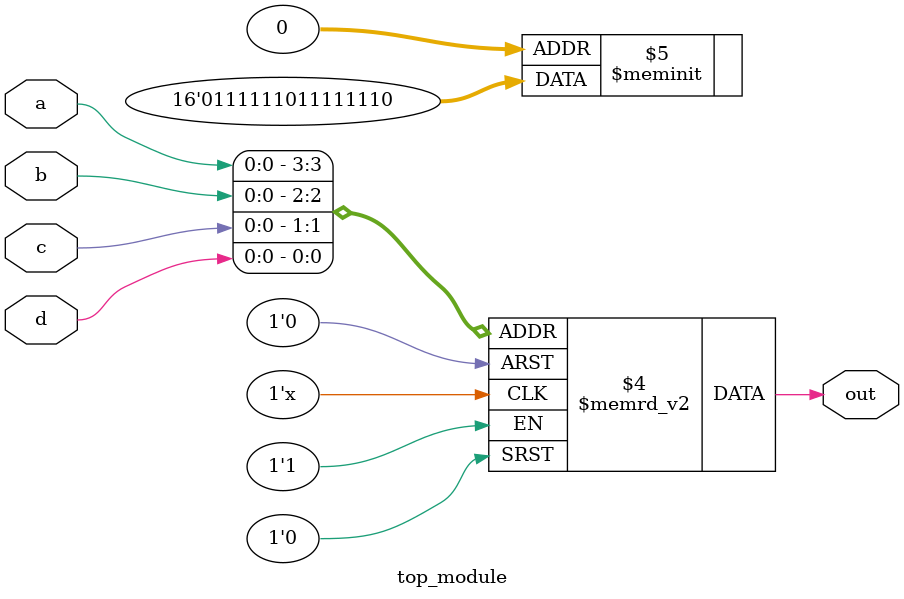
<source format=sv>
module top_module (
    input a,
    input b,
    input c,
    input d,
    output reg out
);

    always @(a, b, c, d)
        case ({a, b, c, d})
            4'b0000: out = 1'b0;
            4'b0001: out = 1'b1;
            4'b0010: out = 1'b1;
            4'b0011: out = 1'b1;
            4'b0100: out = 1'b1;
            4'b0101: out = 1'b1;
            4'b0110: out = 1'b1;
            4'b0111: out = 1'b1;
            4'b1000: out = 1'b0;
            4'b1001: out = 1'b1;
            4'b1010: out = 1'b1;
            4'b1011: out = 1'b1;
            4'b1100: out = 1'b1;
            4'b1101: out = 1'b1;
            4'b1110: out = 1'b1;
            4'b1111: out = 1'b0;
        endcase

endmodule

</source>
